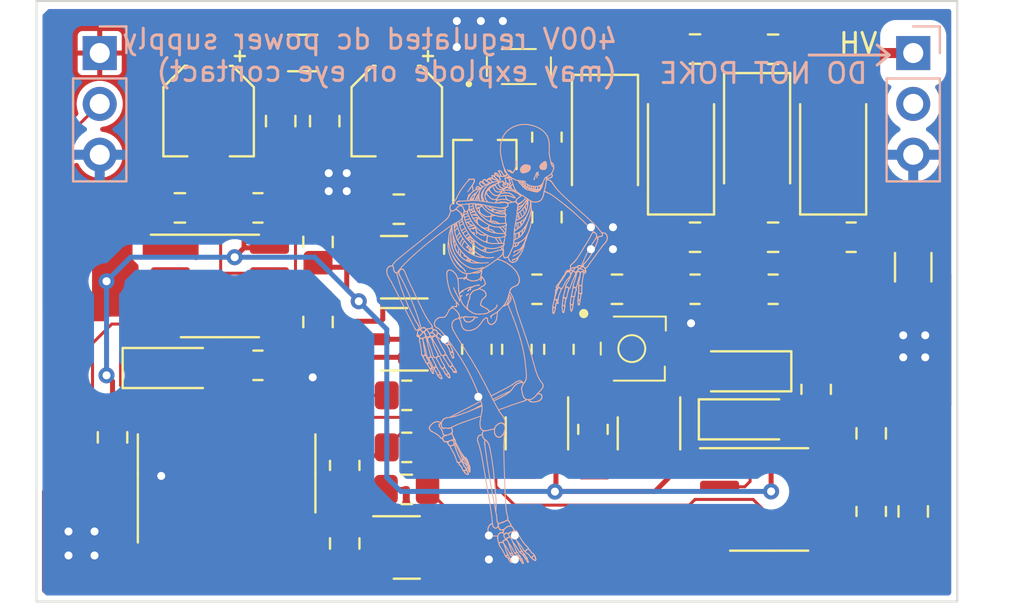
<source format=kicad_pcb>
(kicad_pcb (version 20221018) (generator pcbnew)

  (general
    (thickness 1.6)
  )

  (paper "A4")
  (layers
    (0 "F.Cu" signal)
    (31 "B.Cu" signal)
    (32 "B.Adhes" user "B.Adhesive")
    (33 "F.Adhes" user "F.Adhesive")
    (34 "B.Paste" user)
    (35 "F.Paste" user)
    (36 "B.SilkS" user "B.Silkscreen")
    (37 "F.SilkS" user "F.Silkscreen")
    (38 "B.Mask" user)
    (39 "F.Mask" user)
    (40 "Dwgs.User" user "User.Drawings")
    (41 "Cmts.User" user "User.Comments")
    (42 "Eco1.User" user "User.Eco1")
    (43 "Eco2.User" user "User.Eco2")
    (44 "Edge.Cuts" user)
    (45 "Margin" user)
    (46 "B.CrtYd" user "B.Courtyard")
    (47 "F.CrtYd" user "F.Courtyard")
    (48 "B.Fab" user)
    (49 "F.Fab" user)
    (50 "User.1" user)
    (51 "User.2" user)
    (52 "User.3" user)
    (53 "User.4" user)
    (54 "User.5" user)
    (55 "User.6" user)
    (56 "User.7" user)
    (57 "User.8" user)
    (58 "User.9" user)
  )

  (setup
    (stackup
      (layer "F.SilkS" (type "Top Silk Screen"))
      (layer "F.Paste" (type "Top Solder Paste"))
      (layer "F.Mask" (type "Top Solder Mask") (thickness 0.01))
      (layer "F.Cu" (type "copper") (thickness 0.035))
      (layer "dielectric 1" (type "core") (thickness 1.51) (material "FR4") (epsilon_r 4.5) (loss_tangent 0.02))
      (layer "B.Cu" (type "copper") (thickness 0.035))
      (layer "B.Mask" (type "Bottom Solder Mask") (thickness 0.01))
      (layer "B.Paste" (type "Bottom Solder Paste"))
      (layer "B.SilkS" (type "Bottom Silk Screen"))
      (copper_finish "None")
      (dielectric_constraints no)
    )
    (pad_to_mask_clearance 0)
    (pcbplotparams
      (layerselection 0x00010fc_ffffffff)
      (plot_on_all_layers_selection 0x0000000_00000000)
      (disableapertmacros false)
      (usegerberextensions true)
      (usegerberattributes true)
      (usegerberadvancedattributes true)
      (creategerberjobfile false)
      (dashed_line_dash_ratio 12.000000)
      (dashed_line_gap_ratio 3.000000)
      (svgprecision 4)
      (plotframeref false)
      (viasonmask false)
      (mode 1)
      (useauxorigin false)
      (hpglpennumber 1)
      (hpglpenspeed 20)
      (hpglpendiameter 15.000000)
      (dxfpolygonmode true)
      (dxfimperialunits true)
      (dxfusepcbnewfont true)
      (psnegative false)
      (psa4output false)
      (plotreference true)
      (plotvalue true)
      (plotinvisibletext false)
      (sketchpadsonfab false)
      (subtractmaskfromsilk true)
      (outputformat 1)
      (mirror false)
      (drillshape 0)
      (scaleselection 1)
      (outputdirectory "gerber/")
    )
  )

  (net 0 "")
  (net 1 "VCC")
  (net 2 "GND")
  (net 3 "/VPR")
  (net 4 "Net-(C5-Pad1)")
  (net 5 "VPP")
  (net 6 "/VTR_SEC")
  (net 7 "/GATE")
  (net 8 "Net-(D2-K)")
  (net 9 "/VFEED")
  (net 10 "Net-(D3-K)")
  (net 11 "Net-(D1-K)")
  (net 12 "Net-(C9-Pad1)")
  (net 13 "/VERR")
  (net 14 "Net-(D4-K)")
  (net 15 "/ENABLE")
  (net 16 "unconnected-(J2-Pin_2-Pad2)")
  (net 17 "/RFEED_H")
  (net 18 "Net-(Q2-B)")
  (net 19 "Net-(Q2-E)")
  (net 20 "/SR_Q")
  (net 21 "/EN_LINE")
  (net 22 "/SR_R")
  (net 23 "/SR_NQ")
  (net 24 "/SR_S")
  (net 25 "Net-(U5-CV)")
  (net 26 "Net-(D5-K)")
  (net 27 "Net-(C19-Pad1)")
  (net 28 "Net-(D6-K)")
  (net 29 "Net-(D6-A)")
  (net 30 "Net-(D7-K)")
  (net 31 "/MOS_D")
  (net 32 "Net-(U1-+)")
  (net 33 "Net-(U1--)")
  (net 34 "Net-(U2-+)")
  (net 35 "Net-(U6A-+)")
  (net 36 "Net-(U6B-+)")
  (net 37 "Net-(U3-Pad2)")

  (footprint "Capacitor_SMD:C_0805_2012Metric_Pad1.18x1.45mm_HandSolder" (layer "F.Cu") (at 158.6 42 90))

  (footprint "Resistor_SMD:R_0805_2012Metric_Pad1.20x1.40mm_HandSolder" (layer "F.Cu") (at 140.9 37.8 -90))

  (footprint "Resistor_SMD:R_0805_2012Metric_Pad1.20x1.40mm_HandSolder" (layer "F.Cu") (at 149.8 34.8 180))

  (footprint "Package_TO_SOT_SMD:SOT-23-5" (layer "F.Cu") (at 147.5 42 -90))

  (footprint "Resistor_SMD:R_0805_2012Metric_Pad1.20x1.40mm_HandSolder" (layer "F.Cu") (at 144.7 41.8 90))

  (footprint "Capacitor_SMD:C_0805_2012Metric_Pad1.18x1.45mm_HandSolder" (layer "F.Cu") (at 120.7 42.2 -90))

  (footprint "Capacitor_SMD:C_0805_2012Metric_Pad1.18x1.45mm_HandSolder" (layer "F.Cu") (at 130.965 36.435 -90))

  (footprint "Package_SO:SOIC-8_3.9x4.9mm_P1.27mm" (layer "F.Cu") (at 126.065 34.635))

  (footprint "Capacitor_SMD:C_0805_2012Metric_Pad1.18x1.45mm_HandSolder" (layer "F.Cu") (at 153.7 22.81))

  (footprint "Package_TO_SOT_SMD:SOT-23" (layer "F.Cu") (at 135.4 47.7))

  (footprint "Diode_SMD:D_SOD-123" (layer "F.Cu") (at 152.25 38.9 180))

  (footprint "Diode_SMD:D_SMA" (layer "F.Cu") (at 149.1 27.555 90))

  (footprint "Resistor_SMD:R_0805_2012Metric_Pad1.20x1.40mm_HandSolder" (layer "F.Cu") (at 135.4 40.1))

  (footprint "Resistor_SMD:R_0805_2012Metric_Pad1.20x1.40mm_HandSolder" (layer "F.Cu") (at 155.85 39.8 90))

  (footprint "Resistor_SMD:R_0805_2012Metric_Pad1.20x1.40mm_HandSolder" (layer "F.Cu") (at 157.6 32.2))

  (footprint "lcsc_misc:VG039NCHXTB222" (layer "F.Cu") (at 149.340139 37.815139 -90))

  (footprint "Resistor_SMD:R_1206_3216Metric_Pad1.30x1.75mm_HandSolder" (layer "F.Cu") (at 130.2 23))

  (footprint "Capacitor_SMD:C_0805_2012Metric_Pad1.18x1.45mm_HandSolder" (layer "F.Cu") (at 129.1 26.4 -90))

  (footprint "Resistor_SMD:R_0805_2012Metric_Pad1.20x1.40mm_HandSolder" (layer "F.Cu") (at 132.3 43.6 -90))

  (footprint "Diode_SMD:D_SOD-123" (layer "F.Cu") (at 152.35 41.3))

  (footprint "Resistor_SMD:R_0805_2012Metric_Pad1.20x1.40mm_HandSolder" (layer "F.Cu") (at 143 37.8 -90))

  (footprint "Package_SO:SOIC-14_3.9x8.7mm_P1.27mm" (layer "F.Cu") (at 126.4 44 90))

  (footprint "Diode_SMD:D_SOD-123" (layer "F.Cu") (at 123.565 38.735))

  (footprint "Resistor_SMD:R_0805_2012Metric_Pad1.20x1.40mm_HandSolder" (layer "F.Cu") (at 135.4 42.7))

  (footprint "Capacitor_SMD:C_0805_2012Metric_Pad1.18x1.45mm_HandSolder" (layer "F.Cu") (at 132.3 47.5 -90))

  (footprint "Package_TO_SOT_SMD:SOT-23" (layer "F.Cu") (at 134.7625 33.7 180))

  (footprint "Package_TO_SOT_SMD:SOT-23" (layer "F.Cu") (at 134.7625 37.3 180))

  (footprint "Diode_SMD:D_SMA" (layer "F.Cu") (at 145.3 27.6 -90))

  (footprint "lcsc_misc:ATB322524-0110-T000" (layer "F.Cu") (at 141 23.7))

  (footprint "Package_SO:SOIC-8_3.9x4.9mm_P1.27mm" (layer "F.Cu") (at 153.5 45.3))

  (footprint "Capacitor_SMD:C_1206_3216Metric_Pad1.33x1.80mm_HandSolder" (layer "F.Cu") (at 160.7 33.7 -90))

  (footprint "Capacitor_SMD:C_0805_2012Metric_Pad1.18x1.45mm_HandSolder" (layer "F.Cu") (at 149.8 32.2))

  (footprint "Capacitor_SMD:C_0805_2012Metric_Pad1.18x1.45mm_HandSolder" (layer "F.Cu") (at 149.8 22.8))

  (footprint "Capacitor_SMD:C_0805_2012Metric_Pad1.18x1.45mm_HandSolder" (layer "F.Cu") (at 135.4 44.8 180))

  (footprint "Capacitor_SMD:C_0805_2012Metric_Pad1.18x1.45mm_HandSolder" (layer "F.Cu") (at 153.7 32.2))

  (footprint "Diode_SMD:D_SMA" (layer "F.Cu") (at 156.7 27.555 90))

  (footprint "Capacitor_SMD:CP_Elec_4x5.4" (layer "F.Cu") (at 125.5 25.9 -90))

  (footprint "Capacitor_SMD:C_0805_2012Metric_Pad1.18x1.45mm_HandSolder" (layer "F.Cu") (at 142.4 31.2 -90))

  (footprint "Capacitor_SMD:C_0805_2012Metric_Pad1.18x1.45mm_HandSolder" (layer "F.Cu") (at 145.9 34.8 180))

  (footprint "Resistor_SMD:R_0805_2012Metric_Pad1.20x1.40mm_HandSolder" (layer "F.Cu") (at 138.9 37.8 -90))

  (footprint "Resistor_SMD:R_0805_2012Metric_Pad1.20x1.40mm_HandSolder" (layer "F.Cu") (at 158.6 45.9 90))

  (footprint "Resistor_SMD:R_0805_2012Metric_Pad1.20x1.40mm_HandSolder" (layer "F.Cu") (at 141.9 34.8))

  (footprint "Diode_SMD:D_SMA" (layer "F.Cu") (at 152.9 27.51 -90))

  (footprint "Resistor_SMD:R_0805_2012Metric_Pad1.20x1.40mm_HandSolder" (layer "F.Cu") (at 138 32.8 90))

  (footprint "Resistor_SMD:R_0805_2012Metric_Pad1.20x1.40mm_HandSolder" (layer "F.Cu") (at 127.965 38.6))

  (footprint "Capacitor_SMD:CP_Elec_4x5.4" (layer "F.Cu") (at 134.9 25.9 -90))

  (footprint "Resistor_SMD:R_0805_2012Metric_Pad1.20x1.40mm_HandSolder" (layer "F.Cu") (at 142.4 27.2 -90))

  (footprint "Capacitor_SMD:C_0805_2012Metric_Pad1.18x1.45mm_HandSolder" (layer "F.Cu") (at 160.7 45.9 90))

  (footprint "Capacitor_SMD:C_0805_2012Metric_Pad1.18x1.45mm_HandSolder" (layer "F.Cu") (at 131.3 26.4 -90))

  (footprint "Capacitor_SMD:C_0805_2012Metric_Pad1.18x1.45mm_HandSolder" (layer "F.Cu") (at 124.065 30.735 180))

  (footprint "Capacitor_SMD:C_0805_2012Metric_Pad1.18x1.45mm_HandSolder" (layer "F.Cu")
    (tstamp dfd04d1b-a8e1-4999-96d0-7313441bf5f4)
    (at 135 30.8 180)
    (descr "Capacitor SMD 0805 (2012 Metric), square (rectangular) end terminal, IPC_7351 nominal with elongated pad for handsoldering. (Body size source: IPC-SM-782 page 76, https://www.pcb-3d.com/wordpress/wp-content/uploads/ipc-sm-782a_amendment_1_and_2.pdf, https://docs.google.com/spreadsheets/d/1BsfQQcO9C6DZCsRaXUlFlo91Tg2WpOkGARC1WS5S8t0/edit?usp=sharing), generated with kicad-footprint-generator")
    (tags "capacitor handsolder")
    (property "LCSC" "C1710")
    (property "Sheetfile" "geiger_counter.kicad_sch")
    (property "Sheetname" "")
    (property "ki_description" "Unpolarized capacitor, small symbol")
    (property "ki_keywords" "capacitor cap")
    (path "/7402e223-b305-49b2-b47f-af
... [6508497 chars truncated]
</source>
